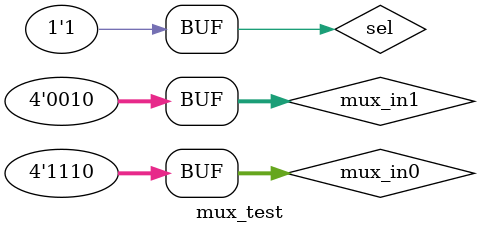
<source format=v>
`timescale 1ns / 1ps


module mux_test;

	// Inputs
	reg [3:0] mux_in0;
	reg [3:0] mux_in1;
	reg sel;

	// Outputs
	wire [3:0] mux_out;

	// Instantiate the Unit Under Test (UUT)
	mux_21 uut (
		.mux_in0(mux_in0), 
		.mux_in1(mux_in1), 
		.sel(sel), 
		.mux_out(mux_out)
	);

	initial begin
		// Initialize Inputs
		mux_in0 = 0;
		mux_in1 = 0;
		sel = 0;

		// Wait 100 ns for global reset to finish
		#100;
      mux_in0 = 14;
		mux_in1 = 2;
		
		#100;
		sel = 1;
		// Add stimulus here

	end
      
endmodule


</source>
